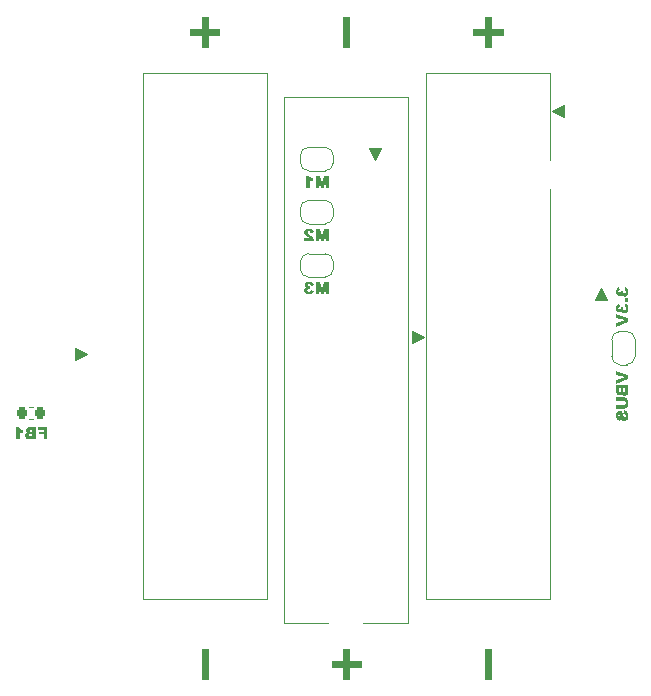
<source format=gbr>
%TF.GenerationSoftware,KiCad,Pcbnew,8.0.1*%
%TF.CreationDate,2024-07-13T16:03:54+09:00*%
%TF.ProjectId,main,6d61696e-2e6b-4696-9361-645f70636258,rev?*%
%TF.SameCoordinates,Original*%
%TF.FileFunction,Legend,Bot*%
%TF.FilePolarity,Positive*%
%FSLAX46Y46*%
G04 Gerber Fmt 4.6, Leading zero omitted, Abs format (unit mm)*
G04 Created by KiCad (PCBNEW 8.0.1) date 2024-07-13 16:03:54*
%MOMM*%
%LPD*%
G01*
G04 APERTURE LIST*
G04 Aperture macros list*
%AMRoundRect*
0 Rectangle with rounded corners*
0 $1 Rounding radius*
0 $2 $3 $4 $5 $6 $7 $8 $9 X,Y pos of 4 corners*
0 Add a 4 corners polygon primitive as box body*
4,1,4,$2,$3,$4,$5,$6,$7,$8,$9,$2,$3,0*
0 Add four circle primitives for the rounded corners*
1,1,$1+$1,$2,$3*
1,1,$1+$1,$4,$5*
1,1,$1+$1,$6,$7*
1,1,$1+$1,$8,$9*
0 Add four rect primitives between the rounded corners*
20,1,$1+$1,$2,$3,$4,$5,0*
20,1,$1+$1,$4,$5,$6,$7,0*
20,1,$1+$1,$6,$7,$8,$9,0*
20,1,$1+$1,$8,$9,$2,$3,0*%
%AMHorizOval*
0 Thick line with rounded ends*
0 $1 width*
0 $2 $3 position (X,Y) of the first rounded end (center of the circle)*
0 $4 $5 position (X,Y) of the second rounded end (center of the circle)*
0 Add line between two ends*
20,1,$1,$2,$3,$4,$5,0*
0 Add two circle primitives to create the rounded ends*
1,1,$1,$2,$3*
1,1,$1,$4,$5*%
%AMFreePoly0*
4,1,19,0.000000,0.744911,0.071157,0.744911,0.207708,0.704816,0.327430,0.627875,0.420627,0.520320,0.479746,0.390866,0.500000,0.250000,0.500000,-0.250000,0.479746,-0.390866,0.420627,-0.520320,0.327430,-0.627875,0.207708,-0.704816,0.071157,-0.744911,0.000000,-0.744911,0.000000,-0.750000,-0.500000,-0.750000,-0.500000,0.750000,0.000000,0.750000,0.000000,0.744911,0.000000,0.744911,
$1*%
%AMFreePoly1*
4,1,19,0.500000,-0.750000,0.000000,-0.750000,0.000000,-0.744911,-0.071157,-0.744911,-0.207708,-0.704816,-0.327430,-0.627875,-0.420627,-0.520320,-0.479746,-0.390866,-0.500000,-0.250000,-0.500000,0.250000,-0.479746,0.390866,-0.420627,0.520320,-0.327430,0.627875,-0.207708,0.704816,-0.071157,0.744911,0.000000,0.744911,0.000000,0.750000,0.500000,0.750000,0.500000,-0.750000,0.500000,-0.750000,
$1*%
G04 Aperture macros list end*
%ADD10C,0.150000*%
%ADD11C,0.120000*%
%ADD12O,1.400000X2.100000*%
%ADD13R,1.000000X1.000000*%
%ADD14O,1.000000X1.000000*%
%ADD15O,2.100000X1.400000*%
%ADD16R,1.350000X1.350000*%
%ADD17C,1.350000*%
%ADD18C,1.500000*%
%ADD19R,1.700000X1.700000*%
%ADD20O,1.700000X1.700000*%
%ADD21HorizOval,3.100000X-0.424264X-0.424264X0.424264X0.424264X0*%
%ADD22R,1.600000X1.600000*%
%ADD23C,1.600000*%
%ADD24O,4.500000X1.800000*%
%ADD25FreePoly0,270.000000*%
%ADD26FreePoly1,270.000000*%
%ADD27FreePoly1,0.000000*%
%ADD28FreePoly0,0.000000*%
%ADD29RoundRect,0.218750X-0.218750X-0.256250X0.218750X-0.256250X0.218750X0.256250X-0.218750X0.256250X0*%
G04 APERTURE END LIST*
D10*
G36*
X22674080Y4869791D02*
G01*
X22630116Y5134306D01*
X22583445Y5119804D01*
X22534421Y5097479D01*
X22491241Y5069334D01*
X22453905Y5035369D01*
X22430814Y5007544D01*
X22403786Y4962783D01*
X22383397Y4910566D01*
X22371204Y4859873D01*
X22363888Y4803702D01*
X22361517Y4752708D01*
X22361449Y4742052D01*
X22363190Y4683052D01*
X22368414Y4629395D01*
X22377120Y4581081D01*
X22392164Y4530156D01*
X22416053Y4480468D01*
X22432768Y4456777D01*
X22470611Y4418308D01*
X22513063Y4390831D01*
X22560126Y4374345D01*
X22611798Y4368849D01*
X22661063Y4374775D01*
X22709789Y4394410D01*
X22726104Y4404753D01*
X22765682Y4439732D01*
X22795896Y4478713D01*
X22815985Y4512464D01*
X22830744Y4463803D01*
X22849935Y4423315D01*
X22881077Y4383759D01*
X22919792Y4352710D01*
X22932245Y4345402D01*
X22980484Y4326368D01*
X23032058Y4318238D01*
X23053633Y4317558D01*
X23102945Y4321210D01*
X23151135Y4332164D01*
X23198205Y4350422D01*
X23223871Y4363720D01*
X23266665Y4392756D01*
X23303546Y4428206D01*
X23334516Y4470070D01*
X23349167Y4496100D01*
X23368401Y4542735D01*
X23382140Y4596178D01*
X23389653Y4648526D01*
X23392745Y4697545D01*
X23393131Y4723490D01*
X23392006Y4772929D01*
X23387850Y4825464D01*
X23379352Y4878720D01*
X23365010Y4929985D01*
X23361135Y4940133D01*
X23338099Y4987002D01*
X23309291Y5028385D01*
X23274710Y5064282D01*
X23267102Y5070803D01*
X23225251Y5100394D01*
X23177247Y5125357D01*
X23128782Y5143868D01*
X23111519Y5149205D01*
X23080500Y4869791D01*
X23127360Y4854942D01*
X23168838Y4829136D01*
X23178442Y4818745D01*
X23200363Y4773579D01*
X23205553Y4730329D01*
X23197020Y4681796D01*
X23169107Y4639138D01*
X23166718Y4636784D01*
X23124446Y4609786D01*
X23074825Y4599501D01*
X23062915Y4599170D01*
X23014094Y4605136D01*
X22970083Y4626846D01*
X22960577Y4635318D01*
X22933283Y4677694D01*
X22924220Y4729179D01*
X22924185Y4733015D01*
X22930291Y4783868D01*
X22939816Y4823629D01*
X22733675Y4809219D01*
X22736606Y4772827D01*
X22729096Y4722452D01*
X22706564Y4681236D01*
X22667015Y4650442D01*
X22635490Y4644355D01*
X22587164Y4658613D01*
X22572719Y4671955D01*
X22551827Y4716799D01*
X22549028Y4747426D01*
X22557838Y4797331D01*
X22576871Y4828026D01*
X22618052Y4855140D01*
X22665543Y4868340D01*
X22674080Y4869791D01*
G37*
G36*
X23096132Y4180538D02*
G01*
X23096132Y3881829D01*
X23377500Y3881829D01*
X23377500Y4180538D01*
X23096132Y4180538D01*
G37*
G36*
X22674080Y3470768D02*
G01*
X22630116Y3735283D01*
X22583445Y3720780D01*
X22534421Y3698456D01*
X22491241Y3670311D01*
X22453905Y3636346D01*
X22430814Y3608521D01*
X22403786Y3563760D01*
X22383397Y3511543D01*
X22371204Y3460850D01*
X22363888Y3404679D01*
X22361517Y3353685D01*
X22361449Y3343029D01*
X22363190Y3284029D01*
X22368414Y3230372D01*
X22377120Y3182058D01*
X22392164Y3131133D01*
X22416053Y3081445D01*
X22432768Y3057754D01*
X22470611Y3019285D01*
X22513063Y2991808D01*
X22560126Y2975322D01*
X22611798Y2969826D01*
X22661063Y2975752D01*
X22709789Y2995387D01*
X22726104Y3005730D01*
X22765682Y3040709D01*
X22795896Y3079690D01*
X22815985Y3113441D01*
X22830744Y3064780D01*
X22849935Y3024292D01*
X22881077Y2984736D01*
X22919792Y2953687D01*
X22932245Y2946379D01*
X22980484Y2927345D01*
X23032058Y2919215D01*
X23053633Y2918535D01*
X23102945Y2922187D01*
X23151135Y2933141D01*
X23198205Y2951399D01*
X23223871Y2964697D01*
X23266665Y2993733D01*
X23303546Y3029183D01*
X23334516Y3071047D01*
X23349167Y3097077D01*
X23368401Y3143712D01*
X23382140Y3197155D01*
X23389653Y3249503D01*
X23392745Y3298522D01*
X23393131Y3324467D01*
X23392006Y3373906D01*
X23387850Y3426441D01*
X23379352Y3479697D01*
X23365010Y3530962D01*
X23361135Y3541110D01*
X23338099Y3587979D01*
X23309291Y3629362D01*
X23274710Y3665259D01*
X23267102Y3671780D01*
X23225251Y3701371D01*
X23177247Y3726334D01*
X23128782Y3744845D01*
X23111519Y3750182D01*
X23080500Y3470768D01*
X23127360Y3455919D01*
X23168838Y3430113D01*
X23178442Y3419722D01*
X23200363Y3374556D01*
X23205553Y3331306D01*
X23197020Y3282773D01*
X23169107Y3240115D01*
X23166718Y3237761D01*
X23124446Y3210763D01*
X23074825Y3200478D01*
X23062915Y3200147D01*
X23014094Y3206113D01*
X22970083Y3227823D01*
X22960577Y3236295D01*
X22933283Y3278671D01*
X22924220Y3330156D01*
X22924185Y3333992D01*
X22930291Y3384844D01*
X22939816Y3424606D01*
X22733675Y3410196D01*
X22736606Y3373804D01*
X22729096Y3323429D01*
X22706564Y3282213D01*
X22667015Y3251419D01*
X22635490Y3245332D01*
X22587164Y3259590D01*
X22572719Y3272932D01*
X22551827Y3317776D01*
X22549028Y3348403D01*
X22557838Y3398308D01*
X22576871Y3429003D01*
X22618052Y3456117D01*
X22665543Y3469317D01*
X22674080Y3470768D01*
G37*
G36*
X22377081Y2863336D02*
G01*
X22377081Y2537761D01*
X23097109Y2311103D01*
X22377081Y2087865D01*
X22377081Y1771815D01*
X23377500Y2145507D01*
X23377500Y2482806D01*
X22377081Y2863336D01*
G37*
G36*
X22377081Y-1960947D02*
G01*
X22377081Y-2286523D01*
X23097109Y-2513180D01*
X22377081Y-2736418D01*
X22377081Y-3052469D01*
X23377500Y-2678777D01*
X23377500Y-2341478D01*
X22377081Y-1960947D01*
G37*
G36*
X23377500Y-3686767D02*
G01*
X23375507Y-3722522D01*
X23370181Y-3772737D01*
X23363333Y-3826230D01*
X23359735Y-3849982D01*
X23348521Y-3899006D01*
X23329384Y-3944443D01*
X23303404Y-3981357D01*
X23268766Y-4015900D01*
X23227779Y-4044095D01*
X23186057Y-4063286D01*
X23136527Y-4076187D01*
X23083187Y-4080487D01*
X23064936Y-4080036D01*
X23013738Y-4073274D01*
X22963105Y-4056244D01*
X22919056Y-4029196D01*
X22895949Y-4008027D01*
X22866344Y-3968674D01*
X22842806Y-3920202D01*
X22826976Y-3869461D01*
X22817499Y-3895003D01*
X22794991Y-3938876D01*
X22762740Y-3977905D01*
X22755013Y-3984648D01*
X22713544Y-4011839D01*
X22667353Y-4028154D01*
X22616439Y-4033592D01*
X22579488Y-4030853D01*
X22528375Y-4016472D01*
X22482441Y-3989766D01*
X22445957Y-3955679D01*
X22429814Y-3935143D01*
X22403986Y-3887730D01*
X22388448Y-3839305D01*
X22379502Y-3784406D01*
X22377081Y-3732196D01*
X22377081Y-3463529D01*
X22580291Y-3463529D01*
X22580291Y-3601038D01*
X22580313Y-3605409D01*
X22584545Y-3654760D01*
X22602517Y-3700201D01*
X22616391Y-3714014D01*
X22664310Y-3728777D01*
X22686769Y-3726517D01*
X22729767Y-3700201D01*
X22731150Y-3698371D01*
X22748529Y-3650681D01*
X22752238Y-3598840D01*
X22752238Y-3463529D01*
X22939816Y-3463529D01*
X22939816Y-3621554D01*
X22940240Y-3641239D01*
X22946594Y-3691042D01*
X22966927Y-3735860D01*
X22989550Y-3755804D01*
X23038246Y-3768589D01*
X23073957Y-3763147D01*
X23114694Y-3735616D01*
X23125734Y-3718923D01*
X23139679Y-3671933D01*
X23143026Y-3622287D01*
X23143026Y-3463529D01*
X22939816Y-3463529D01*
X22752238Y-3463529D01*
X22580291Y-3463529D01*
X22377081Y-3463529D01*
X22377081Y-3149677D01*
X23377500Y-3149677D01*
X23377500Y-3686767D01*
G37*
G36*
X22377081Y-4856446D02*
G01*
X22377081Y-5166879D01*
X22972301Y-5166879D01*
X23021262Y-5164676D01*
X23073850Y-5157063D01*
X23124531Y-5144011D01*
X23139363Y-5139035D01*
X23186608Y-5118556D01*
X23230038Y-5091923D01*
X23269651Y-5059136D01*
X23277116Y-5051841D01*
X23310470Y-5014174D01*
X23339226Y-4971418D01*
X23359670Y-4927277D01*
X23374309Y-4879588D01*
X23384766Y-4827381D01*
X23390484Y-4777994D01*
X23393000Y-4725147D01*
X23393131Y-4709412D01*
X23391919Y-4657282D01*
X23388713Y-4607136D01*
X23383504Y-4554366D01*
X23382873Y-4548945D01*
X23374506Y-4497520D01*
X23360784Y-4447344D01*
X23342329Y-4403864D01*
X23316042Y-4361458D01*
X23282611Y-4321799D01*
X23256355Y-4296886D01*
X23217498Y-4267246D01*
X23174187Y-4243140D01*
X23141072Y-4230696D01*
X23089211Y-4216764D01*
X23040789Y-4207392D01*
X22991020Y-4202326D01*
X22972301Y-4201875D01*
X22377081Y-4201875D01*
X22377081Y-4512308D01*
X22985245Y-4512308D01*
X23037116Y-4517705D01*
X23084091Y-4535903D01*
X23112740Y-4557982D01*
X23142470Y-4600936D01*
X23156461Y-4650962D01*
X23158658Y-4684744D01*
X23153319Y-4735890D01*
X23135315Y-4782338D01*
X23113473Y-4810773D01*
X23070512Y-4840345D01*
X23019765Y-4854261D01*
X22985245Y-4856446D01*
X22377081Y-4856446D01*
G37*
G36*
X23037269Y-5312448D02*
G01*
X23017974Y-5608470D01*
X23069047Y-5618431D01*
X23116044Y-5637170D01*
X23132035Y-5647549D01*
X23168051Y-5685506D01*
X23189117Y-5733218D01*
X23195294Y-5785058D01*
X23190215Y-5834155D01*
X23170019Y-5880637D01*
X23164520Y-5887640D01*
X23124445Y-5917822D01*
X23092957Y-5923788D01*
X23045883Y-5908956D01*
X23024080Y-5889349D01*
X22999839Y-5846571D01*
X22983717Y-5799388D01*
X22969841Y-5745380D01*
X22966439Y-5730103D01*
X22954669Y-5680766D01*
X22938627Y-5624247D01*
X22921105Y-5573452D01*
X22902105Y-5528381D01*
X22877352Y-5481853D01*
X22845783Y-5437988D01*
X22810777Y-5403728D01*
X22765905Y-5374877D01*
X22715843Y-5357016D01*
X22660591Y-5350147D01*
X22653319Y-5350061D01*
X22601436Y-5355371D01*
X22551572Y-5371303D01*
X22507995Y-5395002D01*
X22468115Y-5427526D01*
X22433959Y-5468923D01*
X22408113Y-5513767D01*
X22400528Y-5530312D01*
X22383431Y-5579680D01*
X22372478Y-5629739D01*
X22365266Y-5686202D01*
X22362060Y-5739697D01*
X22361449Y-5777975D01*
X22363179Y-5836100D01*
X22368366Y-5889730D01*
X22377013Y-5938864D01*
X22391953Y-5991889D01*
X22411874Y-6038440D01*
X22432280Y-6072287D01*
X22467265Y-6112706D01*
X22510245Y-6145270D01*
X22561218Y-6169980D01*
X22611273Y-6184910D01*
X22657472Y-6192943D01*
X22674080Y-5899607D01*
X22626781Y-5885849D01*
X22584726Y-5857296D01*
X22578825Y-5850515D01*
X22556477Y-5806001D01*
X22549144Y-5755332D01*
X22549028Y-5747200D01*
X22555438Y-5697103D01*
X22571742Y-5665379D01*
X22613197Y-5639332D01*
X22626941Y-5638023D01*
X22669684Y-5660738D01*
X22691940Y-5708109D01*
X22705020Y-5759944D01*
X22706076Y-5765030D01*
X22716907Y-5814206D01*
X22730509Y-5870590D01*
X22744184Y-5921320D01*
X22760687Y-5974735D01*
X22780071Y-6026764D01*
X22794003Y-6057144D01*
X22820708Y-6103053D01*
X22854368Y-6145089D01*
X22892225Y-6177680D01*
X22904401Y-6185616D01*
X22951586Y-6208560D01*
X23002465Y-6221980D01*
X23051924Y-6225916D01*
X23104620Y-6221666D01*
X23154998Y-6208914D01*
X23203058Y-6187662D01*
X23228756Y-6172182D01*
X23271139Y-6138714D01*
X23307341Y-6098483D01*
X23334330Y-6057046D01*
X23351366Y-6022462D01*
X23369638Y-5971323D01*
X23381344Y-5921418D01*
X23389052Y-5866698D01*
X23392478Y-5815962D01*
X23393131Y-5780173D01*
X23391563Y-5718406D01*
X23386857Y-5661578D01*
X23379015Y-5609687D01*
X23364800Y-5551769D01*
X23345684Y-5501567D01*
X23316275Y-5451510D01*
X23292747Y-5424311D01*
X23253105Y-5390239D01*
X23209651Y-5362212D01*
X23162385Y-5340230D01*
X23111305Y-5324293D01*
X23056414Y-5314402D01*
X23037269Y-5312448D01*
G37*
G36*
X-1960215Y10047918D02*
G01*
X-2369566Y10047918D01*
X-2527591Y9441707D01*
X-2684883Y10047918D01*
X-3093013Y10047918D01*
X-3093013Y9047500D01*
X-2838756Y9047500D01*
X-2838756Y9815399D01*
X-2641652Y9047500D01*
X-2411575Y9047500D01*
X-2214960Y9815399D01*
X-2214960Y9047500D01*
X-1960215Y9047500D01*
X-1960215Y10047918D01*
G37*
G36*
X-4058016Y9047500D02*
G01*
X-3218554Y9047500D01*
X-3227663Y9101818D01*
X-3242383Y9154710D01*
X-3262712Y9206176D01*
X-3288651Y9256216D01*
X-3305993Y9284171D01*
X-3337969Y9327090D01*
X-3371491Y9364758D01*
X-3411261Y9404155D01*
X-3447577Y9436918D01*
X-3487893Y9470788D01*
X-3532207Y9505764D01*
X-3580522Y9541847D01*
X-3623558Y9574024D01*
X-3665866Y9607701D01*
X-3703800Y9641093D01*
X-3737814Y9678135D01*
X-3762533Y9720796D01*
X-3772252Y9766550D01*
X-3760284Y9815762D01*
X-3738303Y9843975D01*
X-3694545Y9869847D01*
X-3652818Y9875971D01*
X-3604030Y9867301D01*
X-3565134Y9841289D01*
X-3538190Y9797411D01*
X-3523667Y9745616D01*
X-3519461Y9719656D01*
X-3239070Y9742859D01*
X-3247645Y9791981D01*
X-3260651Y9842024D01*
X-3279370Y9890549D01*
X-3299642Y9926774D01*
X-3330626Y9965113D01*
X-3368622Y9997394D01*
X-3413630Y10023617D01*
X-3423473Y10028135D01*
X-3473405Y10045254D01*
X-3525963Y10055768D01*
X-3578262Y10061336D01*
X-3627779Y10063411D01*
X-3645246Y10063550D01*
X-3698266Y10062382D01*
X-3754305Y10058068D01*
X-3804080Y10050574D01*
X-3853295Y10038118D01*
X-3874834Y10030333D01*
X-3922819Y10006266D01*
X-3963887Y9975283D01*
X-3998039Y9937382D01*
X-4004039Y9928972D01*
X-4028897Y9884608D01*
X-4044549Y9836999D01*
X-4050993Y9786147D01*
X-4051178Y9775587D01*
X-4046908Y9725510D01*
X-4034099Y9676669D01*
X-4012750Y9629065D01*
X-3997200Y9603152D01*
X-3964700Y9560990D01*
X-3927222Y9522445D01*
X-3888382Y9488178D01*
X-3843342Y9452778D01*
X-3801073Y9422412D01*
X-3757961Y9392851D01*
X-3717286Y9364118D01*
X-3687988Y9342056D01*
X-3650728Y9309799D01*
X-3621066Y9281973D01*
X-4058016Y9281973D01*
X-4058016Y9047500D01*
G37*
G36*
X-1960215Y5547918D02*
G01*
X-2369566Y5547918D01*
X-2527591Y4941707D01*
X-2684883Y5547918D01*
X-3093013Y5547918D01*
X-3093013Y4547500D01*
X-2838756Y4547500D01*
X-2838756Y5315399D01*
X-2641652Y4547500D01*
X-2411575Y4547500D01*
X-2214960Y5315399D01*
X-2214960Y4547500D01*
X-1960215Y4547500D01*
X-1960215Y5547918D01*
G37*
G36*
X-3510424Y5250919D02*
G01*
X-3245909Y5294883D01*
X-3260412Y5341554D01*
X-3282736Y5390578D01*
X-3310881Y5433758D01*
X-3344847Y5471094D01*
X-3372671Y5494185D01*
X-3417432Y5521213D01*
X-3469650Y5541602D01*
X-3520342Y5553795D01*
X-3576514Y5561111D01*
X-3627508Y5563482D01*
X-3638163Y5563550D01*
X-3697163Y5561809D01*
X-3750820Y5556585D01*
X-3799134Y5547879D01*
X-3850059Y5532835D01*
X-3899747Y5508946D01*
X-3923439Y5492231D01*
X-3961907Y5454388D01*
X-3989384Y5411936D01*
X-4005871Y5364873D01*
X-4011366Y5313201D01*
X-4005440Y5263936D01*
X-3985806Y5215210D01*
X-3975462Y5198895D01*
X-3940483Y5159317D01*
X-3901503Y5129103D01*
X-3867751Y5109014D01*
X-3916413Y5094255D01*
X-3956900Y5075064D01*
X-3996457Y5043922D01*
X-4027505Y5005207D01*
X-4034813Y4992754D01*
X-4053847Y4944515D01*
X-4061977Y4892941D01*
X-4062657Y4871366D01*
X-4059006Y4822054D01*
X-4048051Y4773864D01*
X-4029794Y4726794D01*
X-4016495Y4701128D01*
X-3987459Y4658334D01*
X-3952009Y4621453D01*
X-3910145Y4590483D01*
X-3884115Y4575832D01*
X-3837480Y4556598D01*
X-3784037Y4542859D01*
X-3731689Y4535346D01*
X-3682671Y4532254D01*
X-3656725Y4531868D01*
X-3607286Y4532993D01*
X-3554751Y4537149D01*
X-3501495Y4545647D01*
X-3450230Y4559989D01*
X-3440082Y4563864D01*
X-3393213Y4586900D01*
X-3351830Y4615708D01*
X-3315933Y4650289D01*
X-3309412Y4657897D01*
X-3279821Y4699748D01*
X-3254858Y4747752D01*
X-3236347Y4796217D01*
X-3231010Y4813480D01*
X-3510424Y4844499D01*
X-3525273Y4797639D01*
X-3551080Y4756161D01*
X-3561471Y4746557D01*
X-3606637Y4724636D01*
X-3649887Y4719446D01*
X-3698419Y4727979D01*
X-3741078Y4755892D01*
X-3743432Y4758281D01*
X-3770430Y4800553D01*
X-3780714Y4850174D01*
X-3781045Y4862084D01*
X-3775079Y4910905D01*
X-3753369Y4954916D01*
X-3744897Y4964422D01*
X-3702521Y4991716D01*
X-3651037Y5000779D01*
X-3647200Y5000814D01*
X-3596348Y4994708D01*
X-3556586Y4985183D01*
X-3570996Y5191324D01*
X-3607388Y5188393D01*
X-3657763Y5195903D01*
X-3698979Y5218435D01*
X-3729773Y5257984D01*
X-3735860Y5289509D01*
X-3721602Y5337835D01*
X-3708261Y5352280D01*
X-3663416Y5373172D01*
X-3632790Y5375971D01*
X-3582884Y5367161D01*
X-3552189Y5348128D01*
X-3525075Y5306947D01*
X-3511875Y5259456D01*
X-3510424Y5250919D01*
G37*
G36*
X-25814855Y-6752081D02*
G01*
X-26584220Y-6752081D01*
X-26584220Y-6986554D01*
X-26127242Y-6986554D01*
X-26127242Y-7142869D01*
X-26517542Y-7142869D01*
X-26517542Y-7346079D01*
X-26127242Y-7346079D01*
X-26127242Y-7752500D01*
X-25814855Y-7752500D01*
X-25814855Y-6752081D01*
G37*
G36*
X-26747130Y-7752500D02*
G01*
X-27284220Y-7752500D01*
X-27319975Y-7750507D01*
X-27370190Y-7745181D01*
X-27423683Y-7738333D01*
X-27447435Y-7734735D01*
X-27496459Y-7723521D01*
X-27541897Y-7704384D01*
X-27578810Y-7678404D01*
X-27613353Y-7643766D01*
X-27641548Y-7602779D01*
X-27660739Y-7561057D01*
X-27673640Y-7511527D01*
X-27677940Y-7458187D01*
X-27677489Y-7439936D01*
X-27673964Y-7413246D01*
X-27366042Y-7413246D01*
X-27360600Y-7448957D01*
X-27333069Y-7489694D01*
X-27316376Y-7500734D01*
X-27269386Y-7514679D01*
X-27219740Y-7518026D01*
X-27060982Y-7518026D01*
X-27060982Y-7314816D01*
X-27219008Y-7314816D01*
X-27238692Y-7315240D01*
X-27288495Y-7321594D01*
X-27333313Y-7341927D01*
X-27353257Y-7364550D01*
X-27366042Y-7413246D01*
X-27673964Y-7413246D01*
X-27670727Y-7388738D01*
X-27653697Y-7338105D01*
X-27626649Y-7294056D01*
X-27605480Y-7270949D01*
X-27566127Y-7241344D01*
X-27517656Y-7217806D01*
X-27466914Y-7201976D01*
X-27492457Y-7192499D01*
X-27536329Y-7169991D01*
X-27575358Y-7137740D01*
X-27582101Y-7130013D01*
X-27609292Y-7088544D01*
X-27625607Y-7042353D01*
X-27625932Y-7039310D01*
X-27326230Y-7039310D01*
X-27323970Y-7061769D01*
X-27297654Y-7104767D01*
X-27295825Y-7106150D01*
X-27248134Y-7123529D01*
X-27196293Y-7127238D01*
X-27060982Y-7127238D01*
X-27060982Y-6955291D01*
X-27198491Y-6955291D01*
X-27202862Y-6955313D01*
X-27252213Y-6959545D01*
X-27297654Y-6977517D01*
X-27311468Y-6991391D01*
X-27326230Y-7039310D01*
X-27625932Y-7039310D01*
X-27631045Y-6991439D01*
X-27628306Y-6954488D01*
X-27613926Y-6903375D01*
X-27587219Y-6857441D01*
X-27553132Y-6820957D01*
X-27532596Y-6804814D01*
X-27485183Y-6778986D01*
X-27436758Y-6763448D01*
X-27381859Y-6754502D01*
X-27329650Y-6752081D01*
X-26747130Y-6752081D01*
X-26747130Y-7752500D01*
G37*
G36*
X-28423369Y-6736449D02*
G01*
X-28423369Y-7752500D01*
X-28140292Y-7752500D01*
X-28140292Y-7087182D01*
X-28097826Y-7118480D01*
X-28056219Y-7145819D01*
X-28011443Y-7171319D01*
X-28007423Y-7173400D01*
X-27959423Y-7195751D01*
X-27909124Y-7215519D01*
X-27858431Y-7232862D01*
X-27846467Y-7236659D01*
X-27846467Y-7002185D01*
X-27897799Y-6984597D01*
X-27944630Y-6965721D01*
X-27993580Y-6942070D01*
X-28036406Y-6916667D01*
X-28068240Y-6893497D01*
X-28105548Y-6859777D01*
X-28138582Y-6822362D01*
X-28167341Y-6781253D01*
X-28191827Y-6736449D01*
X-28423369Y-6736449D01*
G37*
G36*
X-1960215Y14547918D02*
G01*
X-2369566Y14547918D01*
X-2527591Y13941707D01*
X-2684883Y14547918D01*
X-3093013Y14547918D01*
X-3093013Y13547500D01*
X-2838756Y13547500D01*
X-2838756Y14315399D01*
X-2641652Y13547500D01*
X-2411575Y13547500D01*
X-2214960Y14315399D01*
X-2214960Y13547500D01*
X-1960215Y13547500D01*
X-1960215Y14547918D01*
G37*
G36*
X-3873125Y14563550D02*
G01*
X-3873125Y13547500D01*
X-3590047Y13547500D01*
X-3590047Y14212817D01*
X-3547581Y14181519D01*
X-3505974Y14154180D01*
X-3461198Y14128680D01*
X-3457179Y14126599D01*
X-3409178Y14104248D01*
X-3358880Y14084480D01*
X-3308186Y14067137D01*
X-3296223Y14063340D01*
X-3296223Y14297814D01*
X-3347554Y14315402D01*
X-3394386Y14334278D01*
X-3443336Y14357929D01*
X-3486162Y14383332D01*
X-3517995Y14406502D01*
X-3555304Y14440222D01*
X-3588337Y14477637D01*
X-3617097Y14518746D01*
X-3641582Y14563550D01*
X-3873125Y14563550D01*
G37*
D11*
%TO.C,J2*%
X17957499Y19525927D02*
X16957499Y20025927D01*
X17957499Y20525927D01*
X17957499Y19525927D01*
G36*
X17957499Y19525927D02*
G01*
X16957499Y20025927D01*
X17957499Y20525927D01*
X17957499Y19525927D01*
G37*
%TO.C,J3*%
X1949072Y15907500D02*
X1449072Y16907500D01*
X2449072Y16907500D01*
X1949072Y15907500D01*
G36*
X1949072Y15907500D02*
G01*
X1449072Y16907500D01*
X2449072Y16907500D01*
X1949072Y15907500D01*
G37*
%TO.C,J4*%
X6067500Y899072D02*
X5067500Y399072D01*
X5067500Y1399072D01*
X6067500Y899072D01*
G36*
X6067500Y899072D02*
G01*
X5067500Y399072D01*
X5067500Y1399072D01*
X6067500Y899072D01*
G37*
%TO.C,J5*%
X21575927Y4017500D02*
X20575927Y4017500D01*
X21075927Y5017500D01*
X21575927Y4017500D01*
G36*
X21575927Y4017500D02*
G01*
X20575927Y4017500D01*
X21075927Y5017500D01*
X21575927Y4017500D01*
G37*
%TO.C,U4*%
X-22487500Y-537500D02*
X-23487500Y-1037500D01*
X-23487500Y-37500D01*
X-22487500Y-537500D01*
G36*
X-22487500Y-537500D02*
G01*
X-23487500Y-1037500D01*
X-23487500Y-37500D01*
X-22487500Y-537500D01*
G37*
%TO.C,BT2*%
X-5737500Y21212500D02*
X4762500Y21212500D01*
X4762500Y-23287500D01*
X-5737500Y-23287500D01*
X-5737500Y21212500D01*
X-1737500Y-26537500D02*
X762500Y-26537500D01*
X762500Y-27037500D01*
X-1737500Y-27037500D01*
X-1737500Y-26537500D01*
G36*
X-1737500Y-26537500D02*
G01*
X762500Y-26537500D01*
X762500Y-27037500D01*
X-1737500Y-27037500D01*
X-1737500Y-26537500D01*
G37*
X-737500Y27962500D02*
X-237500Y27962500D01*
X-237500Y25462500D01*
X-737500Y25462500D01*
X-737500Y27962500D01*
G36*
X-737500Y27962500D02*
G01*
X-237500Y27962500D01*
X-237500Y25462500D01*
X-737500Y25462500D01*
X-737500Y27962500D01*
G37*
X-737500Y-25537500D02*
X-237500Y-25537500D01*
X-237500Y-28037500D01*
X-737500Y-28037500D01*
X-737500Y-25537500D01*
G36*
X-737500Y-25537500D02*
G01*
X-237500Y-25537500D01*
X-237500Y-28037500D01*
X-737500Y-28037500D01*
X-737500Y-25537500D01*
G37*
%TO.C,3.3V        VBUS*%
X23962500Y-737500D02*
G75*
G02*
X23262500Y-1437500I-700000J0D01*
G01*
X23262500Y1362500D02*
G75*
G02*
X23962500Y662500I1J-699999D01*
G01*
X22662500Y-1437500D02*
G75*
G02*
X21962500Y-737500I0J700000D01*
G01*
X21962500Y662500D02*
G75*
G02*
X22662500Y1362500I699999J1D01*
G01*
X23962500Y662500D02*
X23962500Y-737500D01*
X23262500Y-1437500D02*
X22662500Y-1437500D01*
X22662500Y1362500D02*
X23262500Y1362500D01*
X21962500Y-737500D02*
X21962500Y662500D01*
%TO.C,M2*%
X-4387500Y11162500D02*
X-4387500Y11762500D01*
X-3687500Y12462500D02*
X-2287500Y12462500D01*
X-2287500Y10462500D02*
X-3687500Y10462500D01*
X-1587500Y11762500D02*
X-1587500Y11162500D01*
X-4387500Y11762500D02*
G75*
G02*
X-3687500Y12462500I699999J1D01*
G01*
X-3687500Y10462500D02*
G75*
G02*
X-4387500Y11162500I-1J699999D01*
G01*
X-2287500Y12462500D02*
G75*
G02*
X-1587500Y11762500I0J-700000D01*
G01*
X-1587500Y11162500D02*
G75*
G02*
X-2287500Y10462500I-700000J0D01*
G01*
%TO.C,M3*%
X-4387500Y6662500D02*
X-4387500Y7262500D01*
X-3687500Y7962500D02*
X-2287500Y7962500D01*
X-2287500Y5962500D02*
X-3687500Y5962500D01*
X-1587500Y7262500D02*
X-1587500Y6662500D01*
X-4387500Y7262500D02*
G75*
G02*
X-3687500Y7962500I699999J1D01*
G01*
X-3687500Y5962500D02*
G75*
G02*
X-4387500Y6662500I-1J699999D01*
G01*
X-2287500Y7962500D02*
G75*
G02*
X-1587500Y7262500I0J-700000D01*
G01*
X-1587500Y6662500D02*
G75*
G02*
X-2287500Y5962500I-700000J0D01*
G01*
%TO.C,BT1*%
X11762500Y25462500D02*
X11262500Y25462500D01*
X11262500Y27962500D01*
X11762500Y27962500D01*
X11762500Y25462500D01*
G36*
X11762500Y25462500D02*
G01*
X11262500Y25462500D01*
X11262500Y27962500D01*
X11762500Y27962500D01*
X11762500Y25462500D01*
G37*
X11762500Y-28037500D02*
X11262500Y-28037500D01*
X11262500Y-25537500D01*
X11762500Y-25537500D01*
X11762500Y-28037500D01*
G36*
X11762500Y-28037500D02*
G01*
X11262500Y-28037500D01*
X11262500Y-25537500D01*
X11762500Y-25537500D01*
X11762500Y-28037500D01*
G37*
X12762500Y26462500D02*
X10262500Y26462500D01*
X10262500Y26962500D01*
X12762500Y26962500D01*
X12762500Y26462500D01*
G36*
X12762500Y26462500D02*
G01*
X10262500Y26462500D01*
X10262500Y26962500D01*
X12762500Y26962500D01*
X12762500Y26462500D01*
G37*
X16762500Y-21287500D02*
X6262500Y-21287500D01*
X6262500Y23212500D01*
X16762500Y23212500D01*
X16762500Y-21287500D01*
%TO.C,BT3*%
X-12237500Y25462500D02*
X-12737500Y25462500D01*
X-12737500Y27962500D01*
X-12237500Y27962500D01*
X-12237500Y25462500D01*
G36*
X-12237500Y25462500D02*
G01*
X-12737500Y25462500D01*
X-12737500Y27962500D01*
X-12237500Y27962500D01*
X-12237500Y25462500D01*
G37*
X-12237500Y-28037500D02*
X-12737500Y-28037500D01*
X-12737500Y-25537500D01*
X-12237500Y-25537500D01*
X-12237500Y-28037500D01*
G36*
X-12237500Y-28037500D02*
G01*
X-12737500Y-28037500D01*
X-12737500Y-25537500D01*
X-12237500Y-25537500D01*
X-12237500Y-28037500D01*
G37*
X-11237500Y26462500D02*
X-13737500Y26462500D01*
X-13737500Y26962500D01*
X-11237500Y26962500D01*
X-11237500Y26462500D01*
G36*
X-11237500Y26462500D02*
G01*
X-13737500Y26462500D01*
X-13737500Y26962500D01*
X-11237500Y26962500D01*
X-11237500Y26462500D01*
G37*
X-7237500Y-21287500D02*
X-17737500Y-21287500D01*
X-17737500Y23212500D01*
X-7237500Y23212500D01*
X-7237500Y-21287500D01*
%TO.C,FB1*%
X-27024721Y-5027500D02*
X-27350279Y-5027500D01*
X-27024721Y-6047500D02*
X-27350279Y-6047500D01*
%TO.C,M1*%
X-4387500Y15662500D02*
X-4387500Y16262500D01*
X-3687500Y16962500D02*
X-2287500Y16962500D01*
X-2287500Y14962500D02*
X-3687500Y14962500D01*
X-1587500Y16262500D02*
X-1587500Y15662500D01*
X-4387500Y16262500D02*
G75*
G02*
X-3687500Y16962500I699999J1D01*
G01*
X-3687500Y14962500D02*
G75*
G02*
X-4387500Y15662500I-1J699999D01*
G01*
X-2287500Y16962500D02*
G75*
G02*
X-1587500Y16262500I0J-700000D01*
G01*
X-1587500Y15662500D02*
G75*
G02*
X-2287500Y14962500I-700000J0D01*
G01*
%TD*%
%LPC*%
D12*
%TO.C,SW2*%
X14762500Y-4037500D03*
X8262500Y-4037500D03*
%TD*%
D13*
%TO.C,J2*%
X15957499Y20025927D03*
D14*
X14687499Y20025927D03*
X13417499Y20025927D03*
X12147499Y20025927D03*
X10877499Y20025927D03*
X9607499Y20025927D03*
X8337499Y20025927D03*
X7067499Y20025927D03*
%TD*%
D12*
%TO.C,SW1*%
X14762500Y-11037500D03*
X8262500Y-11037500D03*
%TD*%
D13*
%TO.C,J3*%
X1949072Y14907500D03*
D14*
X1949072Y13637500D03*
X1949072Y12367500D03*
X1949072Y11097500D03*
X1949072Y9827500D03*
X1949072Y8557500D03*
X1949072Y7287500D03*
X1949072Y6017500D03*
%TD*%
D13*
%TO.C,J4*%
X7067500Y899072D03*
D14*
X8337500Y899072D03*
X9607500Y899072D03*
X10877500Y899072D03*
X12147500Y899072D03*
X13417500Y899072D03*
X14687500Y899072D03*
X15957500Y899072D03*
%TD*%
D15*
%TO.C,SW3*%
X3512500Y-7787500D03*
X3512500Y-14287500D03*
%TD*%
D13*
%TO.C,J5*%
X21075927Y6017500D03*
D14*
X21075927Y7287500D03*
X21075927Y8557500D03*
X21075927Y9827500D03*
X21075927Y11097500D03*
X21075927Y12367500D03*
X21075927Y13637500D03*
X21075927Y14907500D03*
%TD*%
D16*
%TO.C,U4*%
X-20987500Y-537500D03*
D17*
X-18987500Y-537500D03*
X-20987500Y-2537500D03*
X-18987500Y-2537500D03*
X-20987500Y-4537500D03*
X-18987500Y-4537500D03*
X-20987500Y-6537500D03*
X-18987500Y-6537500D03*
%TD*%
D18*
%TO.C,SW8*%
X-27187500Y-2537500D03*
X-27187500Y-37500D03*
X-27187500Y2462500D03*
%TD*%
D12*
%TO.C,SW4*%
X14762500Y-18037500D03*
X8262500Y-18037500D03*
%TD*%
D19*
%TO.C,U3*%
X-4297500Y27462500D03*
D20*
X-1757500Y27462500D03*
X782500Y27462500D03*
X3322500Y27462500D03*
%TD*%
D15*
%TO.C,SW5*%
X19512500Y-7787500D03*
X19512500Y-14287500D03*
%TD*%
D21*
%TO.C,U1*%
X15412500Y14162500D03*
%TD*%
D19*
%TO.C,J1*%
X25512500Y7582500D03*
D20*
X25512500Y5042500D03*
X25512500Y2502500D03*
X25512500Y-37500D03*
X25512500Y-2577500D03*
X25512500Y-5117500D03*
X25512500Y-7657500D03*
%TD*%
D22*
%TO.C,C4*%
X-20987500Y9812500D03*
D23*
X-23487500Y9812500D03*
%TD*%
D24*
%TO.C,BT2*%
X-487500Y-24287500D03*
X-487500Y24212500D03*
%TD*%
D25*
%TO.C,3.3V        VBUS*%
X22962500Y-687500D03*
D26*
X22962500Y612500D03*
%TD*%
D27*
%TO.C,M2*%
X-3637500Y11462500D03*
D28*
X-2337500Y11462500D03*
%TD*%
D27*
%TO.C,M3*%
X-3637500Y6962500D03*
D28*
X-2337500Y6962500D03*
%TD*%
D24*
%TO.C,BT1*%
X11512500Y24212500D03*
X11512500Y-24287500D03*
%TD*%
%TO.C,BT3*%
X-12487500Y24212500D03*
X-12487500Y-24287500D03*
%TD*%
D29*
%TO.C,FB1*%
X-27975000Y-5537500D03*
X-26400000Y-5537500D03*
%TD*%
D27*
%TO.C,M1*%
X-3637500Y15962500D03*
D28*
X-2337500Y15962500D03*
%TD*%
%LPD*%
M02*

</source>
